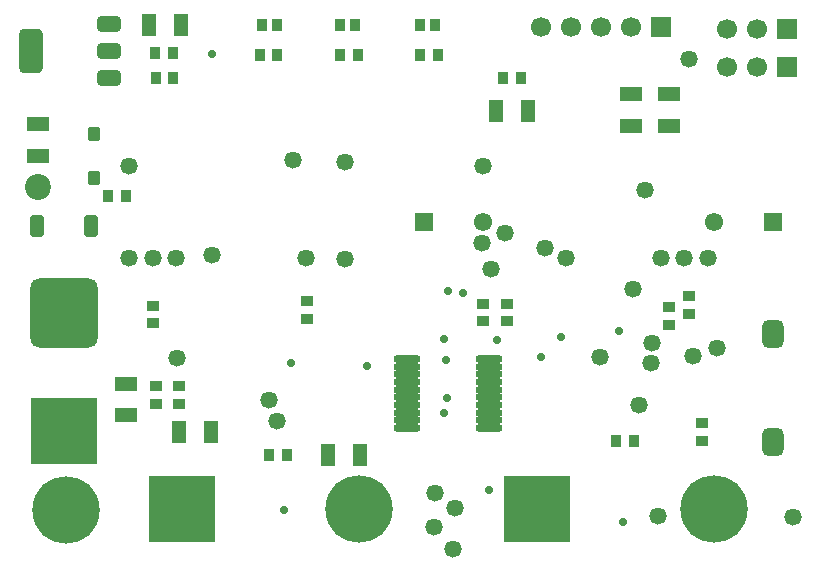
<source format=gts>
%FSTAX42Y42*%
%MOMM*%
%SFA1B1*%

%IPPOS*%
%AMD50*
4,1,8,0.398780,1.193800,-0.398780,1.193800,-0.899160,0.695960,-0.899160,-0.695960,-0.398780,-1.193800,0.398780,-1.193800,0.899160,-0.695960,0.899160,0.695960,0.398780,1.193800,0.0*
1,1,1.000000,0.398780,0.695960*
1,1,1.000000,-0.398780,0.695960*
1,1,1.000000,-0.398780,-0.695960*
1,1,1.000000,0.398780,-0.695960*
%
%AMD57*
4,1,8,-0.299720,-0.599440,0.299720,-0.599440,0.500380,-0.398780,0.500380,0.398780,0.299720,0.599440,-0.299720,0.599440,-0.500380,0.398780,-0.500380,-0.398780,-0.299720,-0.599440,0.0*
1,1,0.400000,-0.299720,-0.398780*
1,1,0.400000,0.299720,-0.398780*
1,1,0.400000,0.299720,0.398780*
1,1,0.400000,-0.299720,0.398780*
%
%AMD58*
4,1,8,-0.975360,1.529080,-0.975360,-1.529080,-0.655320,-1.849120,0.655320,-1.849120,0.975360,-1.529080,0.975360,1.529080,0.655320,1.849120,-0.655320,1.849120,-0.975360,1.529080,0.0*
1,1,0.640000,-0.655320,1.529080*
1,1,0.640000,-0.655320,-1.529080*
1,1,0.640000,0.655320,-1.529080*
1,1,0.640000,0.655320,1.529080*
%
%AMD59*
4,1,8,-0.975360,0.408940,-0.975360,-0.408940,-0.734060,-0.650240,0.734060,-0.650240,0.975360,-0.408940,0.975360,0.408940,0.734060,0.650240,-0.734060,0.650240,-0.975360,0.408940,0.0*
1,1,0.480000,-0.734060,0.408940*
1,1,0.480000,-0.734060,-0.408940*
1,1,0.480000,0.734060,-0.408940*
1,1,0.480000,0.734060,0.408940*
%
%AMD60*
4,1,8,-0.975360,0.408940,-0.975360,-0.408940,-0.734060,-0.650240,0.734060,-0.650240,0.975360,-0.408940,0.975360,0.408940,0.734060,0.650240,-0.734060,0.650240,-0.975360,0.408940,0.0*
1,1,0.480000,-0.734060,0.408940*
1,1,0.480000,-0.734060,-0.408940*
1,1,0.480000,0.734060,-0.408940*
1,1,0.480000,0.734060,0.408940*
%
%AMD61*
4,1,8,-2.059940,-2.948940,2.059940,-2.948940,2.849880,-2.159000,2.849880,2.159000,2.059940,2.948940,-2.059940,2.948940,-2.849880,2.159000,-2.849880,-2.159000,-2.059940,-2.948940,0.0*
1,1,1.580000,-2.059940,-2.159000*
1,1,1.580000,2.059940,-2.159000*
1,1,1.580000,2.059940,2.159000*
1,1,1.580000,-2.059940,2.159000*
%
%AMD62*
4,1,8,-0.370840,-0.899160,0.370840,-0.899160,0.599440,-0.670560,0.599440,0.670560,0.370840,0.899160,-0.370840,0.899160,-0.599440,0.670560,-0.599440,-0.670560,-0.370840,-0.899160,0.0*
1,1,0.460000,-0.370840,-0.670560*
1,1,0.460000,0.370840,-0.670560*
1,1,0.460000,0.370840,0.670560*
1,1,0.460000,-0.370840,0.670560*
%
G04~CAMADD=50~8~0.0~0.0~708.7~940.9~196.9~0.0~15~0.0~0.0~0.0~0.0~0~0.0~0.0~0.0~0.0~0~0.0~0.0~0.0~0.0~708.7~940.9*
%ADD50D50*%
%ADD51R,1.899996X1.299997*%
%ADD52O,2.299995X0.649999*%
%ADD53R,0.899998X1.099998*%
%ADD54R,1.099998X0.899998*%
%ADD55R,0.849998X0.999998*%
%ADD56R,1.299997X1.899996*%
G04~CAMADD=57~8~0.0~0.0~393.7~472.4~78.7~0.0~15~0.0~0.0~0.0~0.0~0~0.0~0.0~0.0~0.0~0~0.0~0.0~0.0~180.0~394.0~472.0*
%ADD57D57*%
G04~CAMADD=58~8~0.0~0.0~1456.7~767.7~126.0~0.0~15~0.0~0.0~0.0~0.0~0~0.0~0.0~0.0~0.0~0~0.0~0.0~0.0~90.0~768.0~1456.0*
%ADD58D58*%
G04~CAMADD=59~8~0.0~0.0~511.8~767.7~94.5~0.0~15~0.0~0.0~0.0~0.0~0~0.0~0.0~0.0~0.0~0~0.0~0.0~0.0~90.0~768.0~512.0*
%ADD59D59*%
G04~CAMADD=60~8~0.0~0.0~511.8~767.7~94.5~0.0~15~0.0~0.0~0.0~0.0~0~0.0~0.0~0.0~0.0~0~0.0~0.0~0.0~90.0~768.0~512.0*
%ADD60D60*%
G04~CAMADD=61~8~0.0~0.0~2244.1~2322.8~311.0~0.0~15~0.0~0.0~0.0~0.0~0~0.0~0.0~0.0~0.0~0~0.0~0.0~0.0~180.0~2244.0~2322.0*
%ADD61D61*%
G04~CAMADD=62~8~0.0~0.0~472.4~708.7~90.6~0.0~15~0.0~0.0~0.0~0.0~0~0.0~0.0~0.0~0.0~0~0.0~0.0~0.0~180.0~472.0~708.0*
%ADD62D62*%
%ADD63R,1.699997X1.699997*%
%ADD64C,1.699997*%
%ADD65R,5.699989X5.699989*%
%ADD66C,5.699989*%
%ADD67R,5.699989X5.699989*%
%ADD68C,1.549997*%
%ADD69R,1.549997X1.549997*%
%ADD70C,1.469997*%
%ADD71C,0.699999*%
%ADD72C,2.199996*%
%LNwhey_agr_agr_pcb-1*%
%LPD*%
G54D50*
X006499Y001064D03*
Y001983D03*
G54D51*
X005624Y004009D03*
Y003739D03*
X005299Y004009D03*
Y003739D03*
X001024Y001289D03*
Y001559D03*
X000274Y003759D03*
Y003489D03*
G54D52*
X003404Y001766D03*
Y001701D03*
Y001637D03*
Y001572D03*
Y001506D03*
Y001442D03*
Y001376D03*
Y001311D03*
Y001247D03*
Y001181D03*
X004094Y001766D03*
Y001701D03*
Y001637D03*
Y001572D03*
Y001506D03*
Y001442D03*
Y001376D03*
Y001311D03*
Y001247D03*
Y001181D03*
G54D53*
X002155Y004337D03*
X002305D03*
X005174Y001074D03*
X005324D03*
X002237Y000955D03*
X002387D03*
X004368Y004143D03*
X004218D03*
X003511Y004337D03*
X003661D03*
X002837D03*
X002987D03*
X001424Y004143D03*
X001274D03*
X001268Y004355D03*
X001418D03*
X001024Y003149D03*
X000874D03*
G54D54*
X005899Y001074D03*
Y001224D03*
X00128Y001387D03*
Y001537D03*
X001468Y001387D03*
Y001537D03*
X001249Y002068D03*
Y002218D03*
X005624Y002055D03*
Y002205D03*
X005787Y002149D03*
Y002299D03*
X004049Y002087D03*
Y002237D03*
X004249Y002087D03*
Y002237D03*
X002555Y002105D03*
Y002255D03*
G54D55*
X002964Y004599D03*
X002834D03*
X003509D03*
X003639D03*
X002174D03*
X002304D03*
G54D56*
X001214Y004599D03*
X001484D03*
X00147Y001149D03*
X00174D03*
X003007Y000955D03*
X002737D03*
X004428Y003868D03*
X004158D03*
G54D57*
X000749Y003671D03*
Y003302D03*
G54D58*
X000219Y004374D03*
G54D59*
X000879Y004604D03*
Y004374D03*
G54D60*
X000879Y004144D03*
G54D61*
X000499Y002154D03*
G54D62*
X00027Y002894D03*
X000727D03*
G54D63*
X006622Y004237D03*
X00662Y004561D03*
X005553Y004574D03*
G54D64*
X006368Y004237D03*
X006114D03*
X006111Y004561D03*
X006366D03*
X004537Y004574D03*
X004791D03*
X005045D03*
X005299D03*
G54D65*
X000499Y001156D03*
G54D66*
X000511Y000487D03*
X005999Y000499D03*
X002999D03*
G54D67*
X004499Y000499D03*
X001499D03*
G54D68*
X004049Y002924D03*
X005999D03*
G54D69*
X003549Y002924D03*
X006499D03*
G54D70*
X005037Y00178D03*
X00363Y000343D03*
X003811Y000505D03*
X002437Y003449D03*
X00223Y001418D03*
X002299Y001243D03*
X003787Y000161D03*
X003637Y00063D03*
X004749Y002624D03*
X001049Y003399D03*
X004049D03*
X005949Y002624D03*
X001449D03*
X001049D03*
X002549D03*
X001249D03*
X005549D03*
X005749D03*
X005318Y002361D03*
X005787Y004311D03*
X005474Y001905D03*
X005468Y00173D03*
X005418Y003199D03*
X005365Y001374D03*
X00288Y002618D03*
X002874Y003437D03*
X001455Y001774D03*
X005524Y000437D03*
X006674Y00043D03*
X004568Y002705D03*
X004037Y002749D03*
X004111Y00253D03*
X00423Y002837D03*
X001749Y002649D03*
X006024Y001861D03*
X005824Y001793D03*
G54D71*
X005199Y002005D03*
X004705Y001955D03*
X004099Y000655D03*
X002418Y00173D03*
X003061Y001711D03*
X002361Y000486D03*
X00373Y001761D03*
X003711Y001937D03*
X001749Y004349D03*
X003749Y002343D03*
X00523Y000387D03*
X003711Y001311D03*
X003739Y001441D03*
X004161Y001924D03*
X004537Y00178D03*
X00388Y002324D03*
G54D72*
X000274Y003224D03*
M02*
</source>
